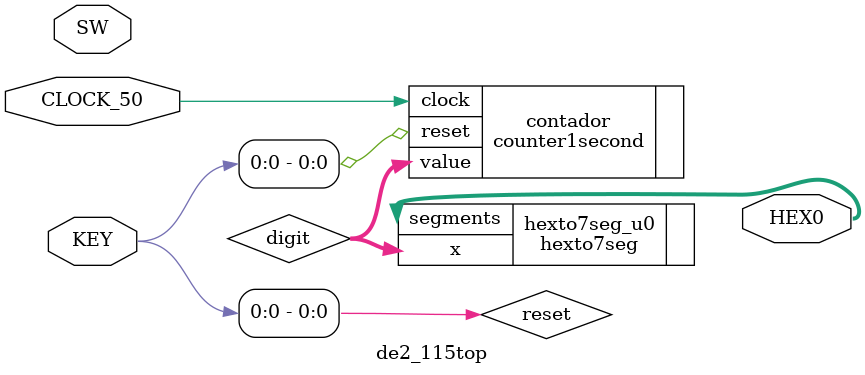
<source format=sv>
`timescale 1ns / 1ps
`default_nettype none

module de2_115top
	(
		////////////////////	Clock Input	 	////////////////////	 
		input 	wire 	CLOCK_50,			//	50 MHz
		////////////////////////	Push Button		////////////////////////
		input	wire	[3:0]	 KEY,					//	Pushbutton[3:0]
		////////////////////	DPDT Switch		////////////////////
		input 	wire 	[17:0] SW,					//	Toggle Switch[17:0]
		////////////////////	7-SEG Display  ////////////////////
		output 	logic 	[6:0]  HEX0 				// 7-segment display
	);

	logic [3:0] digit;
	logic reset;

	//--------------------------------------------------------------------------
	assign reset = KEY[0];
	//--------------------------------------------------------------------------
	//	Output Logic
	//--------------------------------------------------------------------------
	hexto7seg hexto7seg_u0 (.x(digit), .segments(HEX0));
   //--------------------------------------------------------------------------

counter1second contador(
	.clock(CLOCK_50),
	.reset(reset), 
	.value(digit)
);


endmodule

</source>
